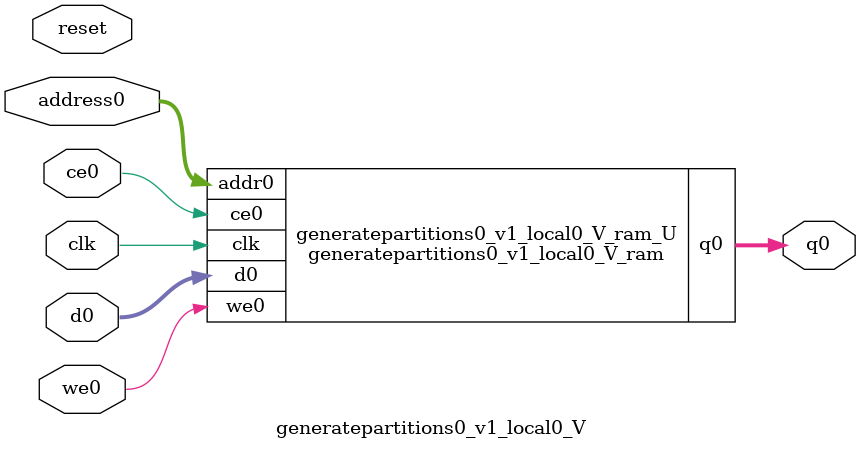
<source format=v>
`timescale 1 ns / 1 ps
module generatepartitions0_v1_local0_V_ram (addr0, ce0, d0, we0, q0,  clk);

parameter DWIDTH = 512;
parameter AWIDTH = 11;
parameter MEM_SIZE = 1056;

input[AWIDTH-1:0] addr0;
input ce0;
input[DWIDTH-1:0] d0;
input we0;
output reg[DWIDTH-1:0] q0;
input clk;

(* ram_style = "block" *)reg [DWIDTH-1:0] ram[0:MEM_SIZE-1];




always @(posedge clk)  
begin 
    if (ce0) 
    begin
        if (we0) 
        begin 
            ram[addr0] <= d0; 
        end 
        q0 <= ram[addr0];
    end
end


endmodule

`timescale 1 ns / 1 ps
module generatepartitions0_v1_local0_V(
    reset,
    clk,
    address0,
    ce0,
    we0,
    d0,
    q0);

parameter DataWidth = 32'd512;
parameter AddressRange = 32'd1056;
parameter AddressWidth = 32'd11;
input reset;
input clk;
input[AddressWidth - 1:0] address0;
input ce0;
input we0;
input[DataWidth - 1:0] d0;
output[DataWidth - 1:0] q0;



generatepartitions0_v1_local0_V_ram generatepartitions0_v1_local0_V_ram_U(
    .clk( clk ),
    .addr0( address0 ),
    .ce0( ce0 ),
    .we0( we0 ),
    .d0( d0 ),
    .q0( q0 ));

endmodule


</source>
